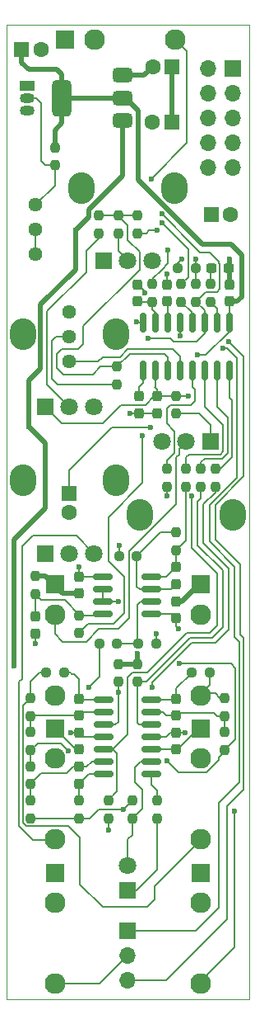
<source format=gbr>
%TF.GenerationSoftware,KiCad,Pcbnew,8.0.0*%
%TF.CreationDate,2024-08-08T14:00:08-07:00*%
%TF.ProjectId,vco,76636f2e-6b69-4636-9164-5f7063625858,rev?*%
%TF.SameCoordinates,Original*%
%TF.FileFunction,Copper,L2,Bot*%
%TF.FilePolarity,Positive*%
%FSLAX46Y46*%
G04 Gerber Fmt 4.6, Leading zero omitted, Abs format (unit mm)*
G04 Created by KiCad (PCBNEW 8.0.0) date 2024-08-08 14:00:08*
%MOMM*%
%LPD*%
G01*
G04 APERTURE LIST*
G04 Aperture macros list*
%AMRoundRect*
0 Rectangle with rounded corners*
0 $1 Rounding radius*
0 $2 $3 $4 $5 $6 $7 $8 $9 X,Y pos of 4 corners*
0 Add a 4 corners polygon primitive as box body*
4,1,4,$2,$3,$4,$5,$6,$7,$8,$9,$2,$3,0*
0 Add four circle primitives for the rounded corners*
1,1,$1+$1,$2,$3*
1,1,$1+$1,$4,$5*
1,1,$1+$1,$6,$7*
1,1,$1+$1,$8,$9*
0 Add four rect primitives between the rounded corners*
20,1,$1+$1,$2,$3,$4,$5,0*
20,1,$1+$1,$4,$5,$6,$7,0*
20,1,$1+$1,$6,$7,$8,$9,0*
20,1,$1+$1,$8,$9,$2,$3,0*%
G04 Aperture macros list end*
%TA.AperFunction,SMDPad,CuDef*%
%ADD10RoundRect,0.237500X-0.237500X0.300000X-0.237500X-0.300000X0.237500X-0.300000X0.237500X0.300000X0*%
%TD*%
%TA.AperFunction,ComponentPad*%
%ADD11R,1.600000X1.600000*%
%TD*%
%TA.AperFunction,ComponentPad*%
%ADD12C,1.600000*%
%TD*%
%TA.AperFunction,SMDPad,CuDef*%
%ADD13RoundRect,0.237500X0.237500X-0.300000X0.237500X0.300000X-0.237500X0.300000X-0.237500X-0.300000X0*%
%TD*%
%TA.AperFunction,SMDPad,CuDef*%
%ADD14RoundRect,0.237500X-0.300000X-0.237500X0.300000X-0.237500X0.300000X0.237500X-0.300000X0.237500X0*%
%TD*%
%TA.AperFunction,SMDPad,CuDef*%
%ADD15RoundRect,0.150000X-0.825000X-0.150000X0.825000X-0.150000X0.825000X0.150000X-0.825000X0.150000X0*%
%TD*%
%TA.AperFunction,ComponentPad*%
%ADD16O,2.720000X3.240000*%
%TD*%
%TA.AperFunction,ComponentPad*%
%ADD17R,1.800000X1.800000*%
%TD*%
%TA.AperFunction,ComponentPad*%
%ADD18C,1.800000*%
%TD*%
%TA.AperFunction,ComponentPad*%
%ADD19C,1.440000*%
%TD*%
%TA.AperFunction,ComponentPad*%
%ADD20R,1.500000X1.050000*%
%TD*%
%TA.AperFunction,ComponentPad*%
%ADD21O,1.500000X1.050000*%
%TD*%
%TA.AperFunction,SMDPad,CuDef*%
%ADD22RoundRect,0.375000X0.625000X0.375000X-0.625000X0.375000X-0.625000X-0.375000X0.625000X-0.375000X0*%
%TD*%
%TA.AperFunction,SMDPad,CuDef*%
%ADD23RoundRect,0.500000X0.500000X1.400000X-0.500000X1.400000X-0.500000X-1.400000X0.500000X-1.400000X0*%
%TD*%
%TA.AperFunction,SMDPad,CuDef*%
%ADD24RoundRect,0.150000X0.825000X0.150000X-0.825000X0.150000X-0.825000X-0.150000X0.825000X-0.150000X0*%
%TD*%
%TA.AperFunction,SMDPad,CuDef*%
%ADD25RoundRect,0.150000X0.150000X-0.825000X0.150000X0.825000X-0.150000X0.825000X-0.150000X-0.825000X0*%
%TD*%
%TA.AperFunction,SMDPad,CuDef*%
%ADD26RoundRect,0.237500X-0.237500X0.250000X-0.237500X-0.250000X0.237500X-0.250000X0.237500X0.250000X0*%
%TD*%
%TA.AperFunction,SMDPad,CuDef*%
%ADD27RoundRect,0.237500X0.237500X-0.250000X0.237500X0.250000X-0.237500X0.250000X-0.237500X-0.250000X0*%
%TD*%
%TA.AperFunction,SMDPad,CuDef*%
%ADD28RoundRect,0.237500X-0.250000X-0.237500X0.250000X-0.237500X0.250000X0.237500X-0.250000X0.237500X0*%
%TD*%
%TA.AperFunction,SMDPad,CuDef*%
%ADD29RoundRect,0.237500X0.250000X0.237500X-0.250000X0.237500X-0.250000X-0.237500X0.250000X-0.237500X0*%
%TD*%
%TA.AperFunction,ComponentPad*%
%ADD30R,1.930000X1.830000*%
%TD*%
%TA.AperFunction,ComponentPad*%
%ADD31C,2.130000*%
%TD*%
%TA.AperFunction,ComponentPad*%
%ADD32R,1.700000X1.700000*%
%TD*%
%TA.AperFunction,ComponentPad*%
%ADD33O,1.700000X1.700000*%
%TD*%
%TA.AperFunction,ComponentPad*%
%ADD34R,1.830000X1.930000*%
%TD*%
%TA.AperFunction,ViaPad*%
%ADD35C,0.600000*%
%TD*%
%TA.AperFunction,Conductor*%
%ADD36C,0.200000*%
%TD*%
%TA.AperFunction,Conductor*%
%ADD37C,0.500000*%
%TD*%
%TA.AperFunction,Profile*%
%ADD38C,0.050000*%
%TD*%
G04 APERTURE END LIST*
D10*
%TO.P,C5,1*%
%TO.N,Net-(U1-TCAP)*%
X63637500Y-88137500D03*
%TO.P,C5,2*%
%TO.N,GND*%
X63637500Y-89862500D03*
%TD*%
D11*
%TO.P,C1,1*%
%TO.N,Net-(C1-Pad1)*%
X56500000Y-98044888D03*
D12*
%TO.P,C1,2*%
%TO.N,Net-(C1-Pad2)*%
X56500000Y-100044888D03*
%TD*%
D13*
%TO.P,C11,1*%
%TO.N,GND*%
X53000000Y-112462500D03*
%TO.P,C11,2*%
%TO.N,Net-(U3B-+)*%
X53000000Y-110737500D03*
%TD*%
D10*
%TO.P,C10,1*%
%TO.N,-12V*%
X67500000Y-122637500D03*
%TO.P,C10,2*%
%TO.N,GND*%
X67500000Y-124362500D03*
%TD*%
D13*
%TO.P,C9,1*%
%TO.N,Net-(U3A--)*%
X67500000Y-107362500D03*
%TO.P,C9,2*%
%TO.N,Net-(C9-Pad2)*%
X67500000Y-105637500D03*
%TD*%
%TO.P,C8,1*%
%TO.N,Net-(U2C--)*%
X67500000Y-120862500D03*
%TO.P,C8,2*%
%TO.N,Net-(C8-Pad2)*%
X67500000Y-119137500D03*
%TD*%
%TO.P,C7,1*%
%TO.N,Net-(U2B--)*%
X57500000Y-120862500D03*
%TO.P,C7,2*%
%TO.N,Net-(C7-Pad2)*%
X57500000Y-119137500D03*
%TD*%
D10*
%TO.P,C6,1*%
%TO.N,Net-(U2A--)*%
X57500000Y-126137500D03*
%TO.P,C6,2*%
%TO.N,Net-(C6-Pad2)*%
X57500000Y-127862500D03*
%TD*%
%TO.P,C4,1*%
%TO.N,Net-(J6-Pin_3)*%
X66500000Y-76637500D03*
%TO.P,C4,2*%
%TO.N,Net-(U1-SOFT_SYNC)*%
X66500000Y-78362500D03*
%TD*%
%TO.P,C3,1*%
%TO.N,Net-(J6-Pin_1)*%
X63500000Y-76637500D03*
%TO.P,C3,2*%
%TO.N,Net-(U1-HARD_SYNC)*%
X63500000Y-78362500D03*
%TD*%
D14*
%TO.P,C2,1*%
%TO.N,Net-(C2-Pad1)*%
X71137500Y-75000000D03*
%TO.P,C2,2*%
%TO.N,GND*%
X72862500Y-75000000D03*
%TD*%
D15*
%TO.P,U2,1*%
%TO.N,Net-(C6-Pad2)*%
X60000000Y-126850000D03*
%TO.P,U2,2,-*%
%TO.N,Net-(U2A--)*%
X60000000Y-125580000D03*
%TO.P,U2,3,+*%
%TO.N,Net-(U2A-+)*%
X60000000Y-124310000D03*
%TO.P,U2,4,V+*%
%TO.N,+12V*%
X60000000Y-123040000D03*
%TO.P,U2,5,+*%
%TO.N,Net-(U2B-+)*%
X60000000Y-121770000D03*
%TO.P,U2,6,-*%
%TO.N,Net-(U2B--)*%
X60000000Y-120500000D03*
%TO.P,U2,7*%
%TO.N,Net-(C7-Pad2)*%
X60000000Y-119230000D03*
%TO.P,U2,8*%
%TO.N,Net-(C8-Pad2)*%
X64950000Y-119230000D03*
%TO.P,U2,9,-*%
%TO.N,Net-(U2C--)*%
X64950000Y-120500000D03*
%TO.P,U2,10,+*%
%TO.N,Net-(U2C-+)*%
X64950000Y-121770000D03*
%TO.P,U2,11,V-*%
%TO.N,-12V*%
X64950000Y-123040000D03*
%TO.P,U2,12,+*%
%TO.N,GND*%
X64950000Y-124310000D03*
%TO.P,U2,13,-*%
%TO.N,Net-(D1-AK)*%
X64950000Y-125580000D03*
%TO.P,U2,14*%
%TO.N,Net-(R25-Pad2)*%
X64950000Y-126850000D03*
%TD*%
D16*
%TO.P,RV7,*%
%TO.N,*%
X51700000Y-96725000D03*
X61300000Y-96725000D03*
D17*
%TO.P,RV7,1,1*%
%TO.N,GND*%
X54000000Y-104225000D03*
D18*
%TO.P,RV7,2,2*%
%TO.N,Net-(C1-Pad2)*%
X56500000Y-104225000D03*
%TO.P,RV7,3,3*%
%TO.N,Net-(J4-PadT)*%
X59000000Y-104225000D03*
%TD*%
D19*
%TO.P,RV6,3,3*%
%TO.N,+2V5*%
X53000000Y-68470000D03*
%TO.P,RV6,2,2*%
%TO.N,Net-(R4-Pad1)*%
X53000000Y-71010000D03*
%TO.P,RV6,1,1*%
X53000000Y-73550000D03*
%TD*%
D16*
%TO.P,RV5,*%
%TO.N,*%
X57700000Y-66725000D03*
X67300000Y-66725000D03*
D17*
%TO.P,RV5,1,1*%
%TO.N,GND*%
X60000000Y-74225000D03*
D18*
%TO.P,RV5,2,2*%
%TO.N,Net-(R2-Pad1)*%
X62500000Y-74225000D03*
%TO.P,RV5,3,3*%
%TO.N,+12V*%
X65000000Y-74225000D03*
%TD*%
D16*
%TO.P,RV4,*%
%TO.N,*%
X51700000Y-81725000D03*
X61300000Y-81725000D03*
D17*
%TO.P,RV4,1,1*%
%TO.N,-12V*%
X54000000Y-89225000D03*
D18*
%TO.P,RV4,2,2*%
%TO.N,Net-(R5-Pad1)*%
X56500000Y-89225000D03*
%TO.P,RV4,3,3*%
%TO.N,+12V*%
X59000000Y-89225000D03*
%TD*%
D19*
%TO.P,RV3,1,1*%
%TO.N,GND*%
X56500000Y-79460000D03*
%TO.P,RV3,2,2*%
%TO.N,Net-(R1-Pad2)*%
X56500000Y-82000000D03*
%TO.P,RV3,3,3*%
%TO.N,Net-(U1-HF_TRACK)*%
X56500000Y-84540000D03*
%TD*%
D16*
%TO.P,RV2,*%
%TO.N,*%
X73300000Y-100275000D03*
X63700000Y-100275000D03*
D17*
%TO.P,RV2,1,1*%
%TO.N,Net-(R31-Pad2)*%
X71000000Y-92775000D03*
D18*
%TO.P,RV2,2,2*%
%TO.N,Net-(J3-PadTN)*%
X68500000Y-92775000D03*
%TO.P,RV2,3,3*%
%TO.N,+5V*%
X66000000Y-92775000D03*
%TD*%
D20*
%TO.P,U5,1*%
%TO.N,N/C*%
X52140000Y-56230000D03*
D21*
%TO.P,U5,2,K*%
%TO.N,+2V5*%
X52140000Y-57500000D03*
%TO.P,U5,3,A*%
%TO.N,GND*%
X52140000Y-58770000D03*
%TD*%
D22*
%TO.P,U4,1,GND*%
%TO.N,GND*%
X62000000Y-55200000D03*
%TO.P,U4,2,VO*%
%TO.N,+5V*%
X62000000Y-57500000D03*
D23*
X55700000Y-57500000D03*
D22*
%TO.P,U4,3,VI*%
%TO.N,+12V*%
X62000000Y-59800000D03*
%TD*%
D24*
%TO.P,U3,1*%
%TO.N,Net-(C9-Pad2)*%
X64910000Y-106660000D03*
%TO.P,U3,2,-*%
%TO.N,Net-(U3A--)*%
X64910000Y-107930000D03*
%TO.P,U3,3,+*%
%TO.N,Net-(U3A-+)*%
X64910000Y-109200000D03*
%TO.P,U3,4,V-*%
%TO.N,-12V*%
X64910000Y-110470000D03*
%TO.P,U3,5,+*%
%TO.N,Net-(U3B-+)*%
X59960000Y-110470000D03*
%TO.P,U3,6,-*%
%TO.N,+1V25*%
X59960000Y-109200000D03*
%TO.P,U3,7*%
X59960000Y-107930000D03*
%TO.P,U3,8,V+*%
%TO.N,+12V*%
X59960000Y-106660000D03*
%TD*%
D25*
%TO.P,U1,1,SAW_OUT*%
%TO.N,Net-(U1-SAW_OUT)*%
X72945000Y-85475000D03*
%TO.P,U1,2,PULSE_OUT*%
%TO.N,Net-(U1-PULSE_OUT)*%
X71675000Y-85475000D03*
%TO.P,U1,3,PWM_CTRL*%
%TO.N,Net-(U1-PWM_CTRL)*%
X70405000Y-85475000D03*
%TO.P,U1,4,TRI_OUT*%
%TO.N,Net-(U1-TRI_OUT)*%
X69135000Y-85475000D03*
%TO.P,U1,5,HF_TRACK*%
%TO.N,Net-(U1-HF_TRACK)*%
X67865000Y-85475000D03*
%TO.P,U1,6,EXPO_FREQ*%
%TO.N,Net-(U1-EXPO_FREQ)*%
X66595000Y-85475000D03*
%TO.P,U1,7,V-*%
%TO.N,-12V*%
X65325000Y-85475000D03*
%TO.P,U1,8,TCAP*%
%TO.N,Net-(U1-TCAP)*%
X64055000Y-85475000D03*
%TO.P,U1,9,GND*%
%TO.N,GND*%
X64055000Y-80525000D03*
%TO.P,U1,10,HARD_SYNC*%
%TO.N,Net-(U1-HARD_SYNC)*%
X65325000Y-80525000D03*
%TO.P,U1,11,SOFT_SYNC*%
%TO.N,Net-(U1-SOFT_SYNC)*%
X66595000Y-80525000D03*
%TO.P,U1,12,LIN_FREQ*%
%TO.N,Net-(U1-LIN_FREQ)*%
X67865000Y-80525000D03*
%TO.P,U1,13,EXPO_SCALE*%
%TO.N,Net-(U1-EXPO_SCALE)*%
X69135000Y-80525000D03*
%TO.P,U1,14,VREF*%
%TO.N,+2V5*%
X70405000Y-80525000D03*
%TO.P,U1,15,BW_COMP*%
%TO.N,Net-(U1-BW_COMP)*%
X71675000Y-80525000D03*
%TO.P,U1,16,V+*%
%TO.N,+5V*%
X72945000Y-80525000D03*
%TD*%
D26*
%TO.P,R35,1*%
%TO.N,+5V*%
X55000000Y-62587500D03*
%TO.P,R35,2*%
%TO.N,+2V5*%
X55000000Y-64412500D03*
%TD*%
D27*
%TO.P,R34,1*%
%TO.N,Net-(U3B-+)*%
X53000000Y-108412500D03*
%TO.P,R34,2*%
%TO.N,GND*%
X53000000Y-106587500D03*
%TD*%
%TO.P,R33,1*%
%TO.N,+2V5*%
X57500000Y-112412500D03*
%TO.P,R33,2*%
%TO.N,Net-(U3B-+)*%
X57500000Y-110587500D03*
%TD*%
D26*
%TO.P,R32,1*%
%TO.N,Net-(U1-PWM_CTRL)*%
X68500000Y-95587500D03*
%TO.P,R32,2*%
%TO.N,Net-(C9-Pad2)*%
X68500000Y-97412500D03*
%TD*%
%TO.P,R31,1*%
%TO.N,-12V*%
X67500000Y-88087500D03*
%TO.P,R31,2*%
%TO.N,Net-(R31-Pad2)*%
X67500000Y-89912500D03*
%TD*%
D27*
%TO.P,R30,1*%
%TO.N,Net-(C9-Pad2)*%
X67500000Y-103912500D03*
%TO.P,R30,2*%
%TO.N,Net-(U3A--)*%
X67500000Y-102087500D03*
%TD*%
D28*
%TO.P,R29,1*%
%TO.N,Net-(U3A-+)*%
X63587500Y-113500000D03*
%TO.P,R29,2*%
%TO.N,+1V25*%
X65412500Y-113500000D03*
%TD*%
D29*
%TO.P,R28,1*%
%TO.N,Net-(U3A--)*%
X63412500Y-104500000D03*
%TO.P,R28,2*%
%TO.N,GND*%
X61587500Y-104500000D03*
%TD*%
%TO.P,R27,1*%
%TO.N,Net-(U3A-+)*%
X61412500Y-113500000D03*
%TO.P,R27,2*%
%TO.N,Net-(J3-PadT)*%
X59587500Y-113500000D03*
%TD*%
D27*
%TO.P,R26,1*%
%TO.N,Net-(D1-AK)*%
X63000000Y-131412500D03*
%TO.P,R26,2*%
%TO.N,Net-(J7-PadT)*%
X63000000Y-129587500D03*
%TD*%
%TO.P,R25,1*%
%TO.N,Net-(D1-KA)*%
X65500000Y-131412500D03*
%TO.P,R25,2*%
%TO.N,Net-(R25-Pad2)*%
X65500000Y-129587500D03*
%TD*%
D26*
%TO.P,R24,1*%
%TO.N,Net-(J9-PadT)*%
X72500000Y-119087500D03*
%TO.P,R24,2*%
%TO.N,Net-(U2C--)*%
X72500000Y-120912500D03*
%TD*%
D29*
%TO.P,R23,1*%
%TO.N,Net-(J9-PadT)*%
X70912500Y-116500000D03*
%TO.P,R23,2*%
%TO.N,Net-(C8-Pad2)*%
X69087500Y-116500000D03*
%TD*%
D26*
%TO.P,R22,1*%
%TO.N,GND*%
X63500000Y-115587500D03*
%TO.P,R22,2*%
%TO.N,Net-(U2C-+)*%
X63500000Y-117412500D03*
%TD*%
%TO.P,R21,1*%
%TO.N,Net-(U2C--)*%
X72500000Y-122587500D03*
%TO.P,R21,2*%
%TO.N,+1V25*%
X72500000Y-124412500D03*
%TD*%
D27*
%TO.P,R20,1*%
%TO.N,Net-(U2C-+)*%
X70000000Y-97412500D03*
%TO.P,R20,2*%
%TO.N,Net-(U1-PULSE_OUT)*%
X70000000Y-95587500D03*
%TD*%
D26*
%TO.P,R19,1*%
%TO.N,Net-(J8-PadT)*%
X52500000Y-119087500D03*
%TO.P,R19,2*%
%TO.N,Net-(U2B--)*%
X52500000Y-120912500D03*
%TD*%
D28*
%TO.P,R18,1*%
%TO.N,Net-(J8-PadT)*%
X54087500Y-116500000D03*
%TO.P,R18,2*%
%TO.N,Net-(C7-Pad2)*%
X55912500Y-116500000D03*
%TD*%
D26*
%TO.P,R17,1*%
%TO.N,GND*%
X61500000Y-115587500D03*
%TO.P,R17,2*%
%TO.N,Net-(U2B-+)*%
X61500000Y-117412500D03*
%TD*%
%TO.P,R16,1*%
%TO.N,Net-(U2B--)*%
X52500000Y-122587500D03*
%TO.P,R16,2*%
%TO.N,+1V25*%
X52500000Y-124412500D03*
%TD*%
D27*
%TO.P,R15,1*%
%TO.N,Net-(U2B-+)*%
X71500000Y-97412500D03*
%TO.P,R15,2*%
%TO.N,Net-(U1-SAW_OUT)*%
X71500000Y-95587500D03*
%TD*%
%TO.P,R14,1*%
%TO.N,Net-(J7-PadT)*%
X57500000Y-131412500D03*
%TO.P,R14,2*%
%TO.N,Net-(C6-Pad2)*%
X57500000Y-129587500D03*
%TD*%
%TO.P,R13,1*%
%TO.N,Net-(U2A--)*%
X52500000Y-127912500D03*
%TO.P,R13,2*%
%TO.N,+1V25*%
X52500000Y-126087500D03*
%TD*%
%TO.P,R12,1*%
%TO.N,GND*%
X60500000Y-131412500D03*
%TO.P,R12,2*%
%TO.N,Net-(U2A-+)*%
X60500000Y-129587500D03*
%TD*%
%TO.P,R11,1*%
%TO.N,Net-(J7-PadT)*%
X52500000Y-131412500D03*
%TO.P,R11,2*%
%TO.N,Net-(U2A--)*%
X52500000Y-129587500D03*
%TD*%
%TO.P,R10,1*%
%TO.N,Net-(U2A-+)*%
X66500000Y-97412500D03*
%TO.P,R10,2*%
%TO.N,Net-(U1-TRI_OUT)*%
X66500000Y-95587500D03*
%TD*%
D26*
%TO.P,R9,1*%
%TO.N,GND*%
X65000000Y-76587500D03*
%TO.P,R9,2*%
%TO.N,Net-(U1-HARD_SYNC)*%
X65000000Y-78412500D03*
%TD*%
%TO.P,R8,1*%
%TO.N,Net-(C2-Pad1)*%
X71000000Y-76587500D03*
%TO.P,R8,2*%
%TO.N,Net-(U1-BW_COMP)*%
X71000000Y-78412500D03*
%TD*%
D27*
%TO.P,R7,1*%
%TO.N,+2V5*%
X69500000Y-78412500D03*
%TO.P,R7,2*%
%TO.N,Net-(U1-LIN_FREQ)*%
X69500000Y-76587500D03*
%TD*%
D28*
%TO.P,R6,1*%
%TO.N,Net-(C1-Pad1)*%
X67675000Y-75000000D03*
%TO.P,R6,2*%
%TO.N,Net-(U1-LIN_FREQ)*%
X69500000Y-75000000D03*
%TD*%
D27*
%TO.P,R5,1*%
%TO.N,Net-(R5-Pad1)*%
X59500000Y-71412500D03*
%TO.P,R5,2*%
%TO.N,Net-(U1-EXPO_FREQ)*%
X59500000Y-69587500D03*
%TD*%
D26*
%TO.P,R4,1*%
%TO.N,Net-(R4-Pad1)*%
X68000000Y-76587500D03*
%TO.P,R4,2*%
%TO.N,Net-(U1-EXPO_SCALE)*%
X68000000Y-78412500D03*
%TD*%
D27*
%TO.P,R3,1*%
%TO.N,Net-(J1-PadT)*%
X63500000Y-71412500D03*
%TO.P,R3,2*%
%TO.N,Net-(U1-EXPO_FREQ)*%
X63500000Y-69587500D03*
%TD*%
%TO.P,R2,1*%
%TO.N,Net-(R2-Pad1)*%
X61500000Y-71412500D03*
%TO.P,R2,2*%
%TO.N,Net-(U1-EXPO_FREQ)*%
X61500000Y-69587500D03*
%TD*%
D26*
%TO.P,R1,1*%
%TO.N,Net-(U1-EXPO_FREQ)*%
X61400000Y-85087500D03*
%TO.P,R1,2*%
%TO.N,Net-(R1-Pad2)*%
X61400000Y-86912500D03*
%TD*%
D30*
%TO.P,J9,S*%
%TO.N,GND*%
X70000000Y-107400000D03*
D31*
%TO.P,J9,T*%
%TO.N,Net-(J9-PadT)*%
X70000000Y-118800000D03*
%TO.P,J9,TN*%
%TO.N,unconnected-(J9-PadTN)*%
X70000000Y-110500000D03*
%TD*%
D30*
%TO.P,J8,S*%
%TO.N,GND*%
X70000000Y-122200000D03*
D31*
%TO.P,J8,T*%
%TO.N,Net-(J8-PadT)*%
X70000000Y-133600000D03*
%TO.P,J8,TN*%
%TO.N,unconnected-(J8-PadTN)*%
X70000000Y-125300000D03*
%TD*%
D30*
%TO.P,J7,S*%
%TO.N,GND*%
X70000000Y-137000000D03*
D31*
%TO.P,J7,T*%
%TO.N,Net-(J7-PadT)*%
X70000000Y-148400000D03*
%TO.P,J7,TN*%
%TO.N,unconnected-(J7-PadTN)*%
X70000000Y-140100000D03*
%TD*%
D32*
%TO.P,J6,1,Pin_1*%
%TO.N,Net-(J6-Pin_1)*%
X62500000Y-142975000D03*
D33*
%TO.P,J6,2,Pin_2*%
%TO.N,Net-(J6-Pin_2)*%
X62500000Y-145515000D03*
%TO.P,J6,3,Pin_3*%
%TO.N,Net-(J6-Pin_3)*%
X62500000Y-148055000D03*
%TD*%
D32*
%TO.P,J5,1,Pin_1*%
%TO.N,Net-(J5-Pin_1)*%
X73275000Y-54460000D03*
D33*
%TO.P,J5,2,Pin_2*%
X70735000Y-54460000D03*
%TO.P,J5,3,Pin_3*%
%TO.N,GND*%
X73275000Y-57000000D03*
%TO.P,J5,4,Pin_4*%
X70735000Y-57000000D03*
%TO.P,J5,5,Pin_5*%
X73275000Y-59540000D03*
%TO.P,J5,6,Pin_6*%
X70735000Y-59540000D03*
%TO.P,J5,7,Pin_7*%
X73275000Y-62080000D03*
%TO.P,J5,8,Pin_8*%
X70735000Y-62080000D03*
%TO.P,J5,9,Pin_9*%
%TO.N,Net-(J5-Pin_10)*%
X73275000Y-64620000D03*
%TO.P,J5,10,Pin_10*%
X70735000Y-64620000D03*
%TD*%
D30*
%TO.P,J4,S*%
%TO.N,GND*%
X55000000Y-122200000D03*
D31*
%TO.P,J4,T*%
%TO.N,Net-(J4-PadT)*%
X55000000Y-133600000D03*
%TO.P,J4,TN*%
%TO.N,unconnected-(J4-PadTN)*%
X55000000Y-125300000D03*
%TD*%
D30*
%TO.P,J3,S*%
%TO.N,GND*%
X55000000Y-107400000D03*
D31*
%TO.P,J3,T*%
%TO.N,Net-(J3-PadT)*%
X55000000Y-118800000D03*
%TO.P,J3,TN*%
%TO.N,Net-(J3-PadTN)*%
X55000000Y-110500000D03*
%TD*%
%TO.P,J2,TN*%
%TO.N,unconnected-(J2-PadTN)*%
X55000000Y-140100000D03*
%TO.P,J2,T*%
%TO.N,Net-(J6-Pin_2)*%
X55000000Y-148400000D03*
D30*
%TO.P,J2,S*%
%TO.N,GND*%
X55000000Y-137000000D03*
%TD*%
D34*
%TO.P,J1,S*%
%TO.N,GND*%
X56000000Y-51500000D03*
D31*
%TO.P,J1,T*%
%TO.N,Net-(J1-PadT)*%
X67400000Y-51500000D03*
%TO.P,J1,TN*%
%TO.N,unconnected-(J1-PadTN)*%
X59100000Y-51500000D03*
%TD*%
D17*
%TO.P,D1,1,KA*%
%TO.N,Net-(D1-KA)*%
X62500000Y-138775000D03*
D18*
%TO.P,D1,2,AK*%
%TO.N,Net-(D1-AK)*%
X62500000Y-136235000D03*
%TD*%
D10*
%TO.P,C20,1*%
%TO.N,GND*%
X73000000Y-76637500D03*
%TO.P,C20,2*%
%TO.N,+5V*%
X73000000Y-78362500D03*
%TD*%
D13*
%TO.P,C19,1*%
%TO.N,GND*%
X65500000Y-89862500D03*
%TO.P,C19,2*%
%TO.N,-12V*%
X65500000Y-88137500D03*
%TD*%
D11*
%TO.P,C18,1*%
%TO.N,+5V*%
X51589775Y-52500000D03*
D12*
%TO.P,C18,2*%
%TO.N,GND*%
X53589775Y-52500000D03*
%TD*%
D11*
%TO.P,C17,1*%
%TO.N,+12V*%
X67010225Y-59999999D03*
D12*
%TO.P,C17,2*%
%TO.N,GND*%
X65010225Y-59999999D03*
%TD*%
D13*
%TO.P,C16,1*%
%TO.N,GND*%
X57500000Y-108362500D03*
%TO.P,C16,2*%
%TO.N,+12V*%
X57500000Y-106637500D03*
%TD*%
%TO.P,C15,1*%
%TO.N,GND*%
X57500000Y-124362500D03*
%TO.P,C15,2*%
%TO.N,+12V*%
X57500000Y-122637500D03*
%TD*%
%TO.P,C14,1*%
%TO.N,-12V*%
X67500000Y-110862500D03*
%TO.P,C14,2*%
%TO.N,GND*%
X67500000Y-109137500D03*
%TD*%
D11*
%TO.P,C13,1*%
%TO.N,GND*%
X71089775Y-69499999D03*
D12*
%TO.P,C13,2*%
%TO.N,-12V*%
X73089775Y-69499999D03*
%TD*%
%TO.P,C12,2*%
%TO.N,GND*%
X65055113Y-54344887D03*
D11*
%TO.P,C12,1*%
%TO.N,+12V*%
X67055113Y-54344887D03*
%TD*%
D35*
%TO.N,Net-(J7-PadT)*%
X62087500Y-130500000D03*
X73500000Y-130700000D03*
%TO.N,GND*%
X66600000Y-73100000D03*
%TO.N,+12V*%
X50800000Y-115800000D03*
X62000000Y-61500000D03*
%TO.N,GND*%
X61600000Y-103400000D03*
%TO.N,+12V*%
X50800000Y-105700000D03*
X52300000Y-91200000D03*
%TO.N,Net-(J1-PadT)*%
X64900000Y-65800000D03*
X65500000Y-71100000D03*
%TO.N,+12V*%
X57100000Y-71100000D03*
%TO.N,+2V5*%
X64000000Y-92200000D03*
%TO.N,Net-(C1-Pad1)*%
X64800000Y-91300000D03*
%TO.N,Net-(J6-Pin_1)*%
X72300000Y-83200000D03*
%TO.N,Net-(J6-Pin_3)*%
X72900000Y-82500000D03*
%TO.N,Net-(U1-LIN_FREQ)*%
X69500000Y-74000000D03*
X67877165Y-81900000D03*
%TO.N,+5V*%
X69700000Y-83900000D03*
%TO.N,+2V5*%
X64600000Y-82200000D03*
%TO.N,Net-(J6-Pin_1)*%
X64207295Y-77490200D03*
%TO.N,Net-(J6-Pin_3)*%
X66500000Y-75600000D03*
%TO.N,Net-(U2A-+)*%
X66500000Y-98300000D03*
X69103284Y-98305037D03*
%TO.N,GND*%
X63500000Y-114500000D03*
%TO.N,Net-(J3-PadT)*%
X58500000Y-118000000D03*
%TO.N,+1V25*%
X67824265Y-115524265D03*
%TO.N,Net-(U2B-+)*%
X61500000Y-118500000D03*
X65000000Y-118000000D03*
%TO.N,+2V5*%
X66000000Y-69400000D03*
%TO.N,GND*%
X63400000Y-80500000D03*
X60500000Y-132600000D03*
X53000000Y-113500000D03*
%TO.N,-12V*%
X67748525Y-111948525D03*
%TO.N,+1V25*%
X66500000Y-125500000D03*
%TO.N,-12V*%
X68400000Y-122600000D03*
%TO.N,+1V25*%
X56400735Y-124499265D03*
%TO.N,+12V*%
X56600000Y-122600000D03*
%TO.N,GND*%
X73000000Y-74000000D03*
%TO.N,Net-(R4-Pad1)*%
X66000000Y-70300000D03*
%TO.N,Net-(C1-Pad1)*%
X68100000Y-74000000D03*
%TO.N,-12V*%
X68700000Y-88100000D03*
%TO.N,GND*%
X62700000Y-89900000D03*
%TO.N,+12V*%
X57500000Y-105600000D03*
%TO.N,+1V25*%
X61500000Y-109200000D03*
X65400000Y-112500000D03*
%TD*%
D36*
%TO.N,+1V25*%
X55601470Y-123700000D02*
X53212500Y-123700000D01*
X56400735Y-124499265D02*
X55601470Y-123700000D01*
X53212500Y-123700000D02*
X52500000Y-124412500D01*
%TO.N,-12V*%
X66460000Y-123040000D02*
X64950000Y-123040000D01*
X66862500Y-122637500D02*
X66460000Y-123040000D01*
X67500000Y-122637500D02*
X66862500Y-122637500D01*
%TO.N,+1V25*%
X72500000Y-124500402D02*
X72500000Y-124412500D01*
X71850201Y-125150201D02*
X72500000Y-124500402D01*
X71850201Y-125449799D02*
X71850201Y-125150201D01*
X70600000Y-126700000D02*
X71850201Y-125449799D01*
X66500000Y-125500000D02*
X67700000Y-126700000D01*
X67700000Y-126700000D02*
X70600000Y-126700000D01*
%TO.N,Net-(U1-LIN_FREQ)*%
X69500000Y-75000000D02*
X69500000Y-74000000D01*
%TO.N,Net-(D1-AK)*%
X63000000Y-133100000D02*
X63000000Y-131412500D01*
X62500000Y-133600000D02*
X63000000Y-133100000D01*
X62500000Y-136235000D02*
X62500000Y-133600000D01*
X64000000Y-128500000D02*
X64000000Y-130412500D01*
X64000000Y-130412500D02*
X63000000Y-131412500D01*
X63200000Y-127700000D02*
X64000000Y-128500000D01*
X63200000Y-126200000D02*
X63200000Y-127700000D01*
X64950000Y-125580000D02*
X63820000Y-125580000D01*
X63820000Y-125580000D02*
X63200000Y-126200000D01*
%TO.N,Net-(U2C-+)*%
X63670000Y-121770000D02*
X63500000Y-121600000D01*
X63500000Y-121600000D02*
X63500000Y-117412500D01*
X64950000Y-121770000D02*
X63670000Y-121770000D01*
%TO.N,+2V5*%
X58412500Y-111500000D02*
X57500000Y-112412500D01*
X62100000Y-110400000D02*
X61000000Y-111500000D01*
X60500000Y-100500000D02*
X60500000Y-105000000D01*
X61000000Y-111500000D02*
X58412500Y-111500000D01*
X64000000Y-97000000D02*
X60500000Y-100500000D01*
X60500000Y-105000000D02*
X62100000Y-106600000D01*
X64000000Y-92200000D02*
X64000000Y-97000000D01*
X62100000Y-106600000D02*
X62100000Y-110400000D01*
%TO.N,Net-(U3B-+)*%
X53587500Y-109000000D02*
X53000000Y-108412500D01*
X56000000Y-109000000D02*
X53587500Y-109000000D01*
X57500000Y-110500000D02*
X56000000Y-109000000D01*
X57500000Y-110587500D02*
X57500000Y-110500000D01*
%TO.N,Net-(J6-Pin_1)*%
X69525000Y-142975000D02*
X62500000Y-142975000D01*
X71900000Y-140600000D02*
X69525000Y-142975000D01*
X74000000Y-127750000D02*
X71900000Y-129850000D01*
X74000000Y-113300000D02*
X74000000Y-127750000D01*
X73500000Y-112800000D02*
X74000000Y-113300000D01*
X70900000Y-103000000D02*
X73500000Y-105600000D01*
X71900000Y-129850000D02*
X71900000Y-140600000D01*
X70900000Y-99265686D02*
X70900000Y-103000000D01*
X73700000Y-84200000D02*
X73700000Y-96465686D01*
X72700000Y-83200000D02*
X73700000Y-84200000D01*
X73500000Y-105600000D02*
X73500000Y-112800000D01*
X72300000Y-83200000D02*
X72700000Y-83200000D01*
X73700000Y-96465686D02*
X70900000Y-99265686D01*
%TO.N,Net-(J6-Pin_2)*%
X59615000Y-148400000D02*
X62500000Y-145515000D01*
X55100000Y-148400000D02*
X59615000Y-148400000D01*
X55000000Y-148300000D02*
X55100000Y-148400000D01*
%TO.N,Net-(J8-PadT)*%
X51725000Y-119862500D02*
X52500000Y-119087500D01*
X51725000Y-131891722D02*
X51725000Y-119862500D01*
X52033278Y-132200000D02*
X51725000Y-131891722D01*
X56400000Y-132200000D02*
X52033278Y-132200000D01*
X57600000Y-138200000D02*
X57600000Y-133400000D01*
X59900000Y-140500000D02*
X57600000Y-138200000D01*
X64500000Y-140500000D02*
X59900000Y-140500000D01*
X57600000Y-133400000D02*
X56400000Y-132200000D01*
X65300000Y-139700000D02*
X64500000Y-140500000D01*
X65300000Y-138375000D02*
X65300000Y-139700000D01*
X70000000Y-133675000D02*
X65300000Y-138375000D01*
X70000000Y-133370000D02*
X70000000Y-133675000D01*
%TO.N,Net-(J3-PadTN)*%
X67800000Y-94100000D02*
X67800000Y-93475000D01*
X67500000Y-94400000D02*
X67800000Y-94100000D01*
X67500000Y-99158278D02*
X67500000Y-94400000D01*
X59500000Y-112000000D02*
X61500000Y-112000000D01*
X58200000Y-113300000D02*
X59500000Y-112000000D01*
X61500000Y-112000000D02*
X62625000Y-110875000D01*
X67800000Y-93475000D02*
X68500000Y-92775000D01*
X55800000Y-113300000D02*
X58200000Y-113300000D01*
X62625000Y-104033278D02*
X67500000Y-99158278D01*
X55000000Y-112500000D02*
X55800000Y-113300000D01*
X62625000Y-110875000D02*
X62625000Y-104033278D01*
X55000000Y-110700000D02*
X55000000Y-112500000D01*
%TO.N,Net-(U3A--)*%
X63730000Y-107930000D02*
X64910000Y-107930000D01*
X63412500Y-107612500D02*
X63730000Y-107930000D01*
X63412500Y-104500000D02*
X63412500Y-107612500D01*
%TO.N,Net-(U2B--)*%
X52550000Y-120862500D02*
X57500000Y-120862500D01*
X52500000Y-120912500D02*
X52550000Y-120862500D01*
%TO.N,Net-(J4-PadT)*%
X57200000Y-102425000D02*
X59000000Y-104225000D01*
X51600000Y-103500000D02*
X52700000Y-102400000D01*
X52700000Y-102400000D02*
X57200000Y-102400000D01*
X51600000Y-117100000D02*
X51600000Y-103500000D01*
X51300000Y-132200000D02*
X51300000Y-117400000D01*
X57200000Y-102400000D02*
X57200000Y-102425000D01*
X51300000Y-117400000D02*
X51600000Y-117100000D01*
X52750000Y-133650000D02*
X51300000Y-132200000D01*
X55000000Y-133650000D02*
X52750000Y-133650000D01*
%TO.N,Net-(J6-Pin_3)*%
X72750000Y-141750000D02*
X72750000Y-130150000D01*
X72750000Y-130150000D02*
X74400000Y-128500000D01*
X66445000Y-148055000D02*
X72750000Y-141750000D01*
X62500000Y-148055000D02*
X66445000Y-148055000D01*
X74400000Y-128500000D02*
X74400000Y-112900000D01*
X74400000Y-112900000D02*
X74100000Y-112600000D01*
%TO.N,Net-(U2A-+)*%
X71700000Y-106265686D02*
X70217157Y-104782843D01*
X71700000Y-111600000D02*
X71700000Y-106265686D01*
X70900000Y-112400000D02*
X71700000Y-111600000D01*
X64500000Y-116500000D02*
X68600000Y-112400000D01*
X62500000Y-117000000D02*
X63000000Y-116500000D01*
X62500000Y-122784999D02*
X62500000Y-117000000D01*
X63000000Y-116500000D02*
X64500000Y-116500000D01*
X60974999Y-124310000D02*
X62500000Y-122784999D01*
X68600000Y-112400000D02*
X70900000Y-112400000D01*
%TO.N,Net-(U2B-+)*%
X70300000Y-103200000D02*
X70300000Y-99200000D01*
X72900000Y-105800000D02*
X70300000Y-103200000D01*
X72900000Y-112065686D02*
X72900000Y-105800000D01*
X71565686Y-113400000D02*
X72900000Y-112065686D01*
X65000000Y-117500000D02*
X69100000Y-113400000D01*
X71500000Y-98000000D02*
X71500000Y-97412500D01*
X70300000Y-99200000D02*
X71500000Y-98000000D01*
X65000000Y-118000000D02*
X65000000Y-117500000D01*
X69100000Y-113400000D02*
X71565686Y-113400000D01*
%TO.N,Net-(U2C-+)*%
X70000000Y-98600000D02*
X70000000Y-97412500D01*
X69700000Y-103400000D02*
X69700000Y-98900000D01*
X71200000Y-112900000D02*
X72300000Y-111800000D01*
X72300000Y-111800000D02*
X72300000Y-106000000D01*
X68900000Y-112900000D02*
X71200000Y-112900000D01*
X64387500Y-117412500D02*
X68900000Y-112900000D01*
X63500000Y-117412500D02*
X64387500Y-117412500D01*
X69700000Y-98900000D02*
X70000000Y-98600000D01*
X72300000Y-106000000D02*
X69700000Y-103400000D01*
%TO.N,Net-(J6-Pin_3)*%
X74400000Y-84000000D02*
X72900000Y-82500000D01*
X74400000Y-96331372D02*
X74400000Y-84000000D01*
X71500000Y-102800000D02*
X71500000Y-99231372D01*
X74100000Y-105400000D02*
X71500000Y-102800000D01*
X74100000Y-112600000D02*
X74100000Y-105400000D01*
X71500000Y-99231372D02*
X74400000Y-96331372D01*
%TO.N,Net-(U2A-+)*%
X69103284Y-99696716D02*
X69100000Y-99700000D01*
X69100000Y-103665686D02*
X70217157Y-104782843D01*
X69103284Y-98305037D02*
X69103284Y-99696716D01*
X69100000Y-99700000D02*
X69100000Y-103665686D01*
%TO.N,Net-(J1-PadT)*%
X64700000Y-71100000D02*
X65500000Y-71100000D01*
X64387500Y-71412500D02*
X64700000Y-71100000D01*
X63500000Y-71412500D02*
X64387500Y-71412500D01*
%TO.N,Net-(U1-EXPO_FREQ)*%
X61500000Y-69600000D02*
X61500000Y-69587500D01*
X62500000Y-70600000D02*
X61500000Y-69600000D01*
X62500000Y-72100000D02*
X62500000Y-70600000D01*
X63700000Y-73300000D02*
X62500000Y-72100000D01*
X63700000Y-75133278D02*
X63700000Y-73300000D01*
X57900000Y-80933278D02*
X63700000Y-75133278D01*
X57900000Y-82800000D02*
X57900000Y-80933278D01*
X55200000Y-83800000D02*
X55700000Y-83300000D01*
X57400000Y-83300000D02*
X57900000Y-82800000D01*
X55200000Y-85200000D02*
X55200000Y-83800000D01*
X58900000Y-85900000D02*
X55900000Y-85900000D01*
X55900000Y-85900000D02*
X55200000Y-85200000D01*
X59712500Y-85087500D02*
X58900000Y-85900000D01*
X61400000Y-85087500D02*
X59712500Y-85087500D01*
X55700000Y-83300000D02*
X57400000Y-83300000D01*
D37*
%TO.N,+5V*%
X73737500Y-78362500D02*
X73000000Y-78362500D01*
X74200000Y-77900000D02*
X73737500Y-78362500D01*
X74200000Y-73600000D02*
X74200000Y-77900000D01*
X73100000Y-72500000D02*
X74200000Y-73600000D01*
X70160661Y-72500000D02*
X73100000Y-72500000D01*
X62300000Y-57500000D02*
X63600000Y-58800000D01*
X63600000Y-58800000D02*
X63600000Y-65939339D01*
X62000000Y-57500000D02*
X62300000Y-57500000D01*
X63600000Y-65939339D02*
X70160661Y-72500000D01*
D36*
%TO.N,Net-(R5-Pad1)*%
X59500000Y-71900000D02*
X59500000Y-71412500D01*
X58200000Y-75400000D02*
X58200000Y-73200000D01*
X54200000Y-79400000D02*
X58200000Y-75400000D01*
X54200000Y-86925000D02*
X54200000Y-79400000D01*
X56500000Y-89225000D02*
X54200000Y-86925000D01*
X58200000Y-73200000D02*
X59500000Y-71900000D01*
%TO.N,Net-(R1-Pad2)*%
X55100000Y-82000000D02*
X56500000Y-82000000D01*
X54700000Y-86300000D02*
X54700000Y-82400000D01*
X55312500Y-86912500D02*
X54700000Y-86300000D01*
X54700000Y-82400000D02*
X55100000Y-82000000D01*
X61400000Y-86912500D02*
X55312500Y-86912500D01*
D37*
%TO.N,+12V*%
X52300000Y-86500000D02*
X52300000Y-91200000D01*
X53510000Y-85290000D02*
X52300000Y-86500000D01*
X57100000Y-71104630D02*
X57100000Y-75100000D01*
X53510000Y-78690000D02*
X53510000Y-85290000D01*
X57100000Y-75100000D02*
X53510000Y-78690000D01*
X58500000Y-69000000D02*
X58500000Y-69704630D01*
X58500000Y-69704630D02*
X57100000Y-71104630D01*
X62000000Y-65500000D02*
X58500000Y-69000000D01*
X62000000Y-61500000D02*
X62000000Y-65500000D01*
D36*
%TO.N,Net-(J7-PadT)*%
X73500000Y-130700000D02*
X73500000Y-144620000D01*
X73500000Y-144620000D02*
X70000000Y-148120000D01*
%TO.N,GND*%
X66600000Y-74500000D02*
X66600000Y-73100000D01*
X65000000Y-76100000D02*
X66000000Y-75100000D01*
X66000000Y-75100000D02*
X66600000Y-74500000D01*
X65000000Y-76587500D02*
X65000000Y-76100000D01*
D37*
%TO.N,+12V*%
X50800000Y-105700000D02*
X50800000Y-115800000D01*
X50800000Y-105650000D02*
X50750000Y-105700000D01*
X50800000Y-102800000D02*
X50800000Y-105650000D01*
X54000000Y-92900000D02*
X54000000Y-99600000D01*
X52300000Y-91200000D02*
X54000000Y-92900000D01*
X54000000Y-99600000D02*
X50800000Y-102800000D01*
D36*
%TO.N,GND*%
X63637500Y-89862500D02*
X62737500Y-89862500D01*
X62737500Y-89862500D02*
X62700000Y-89900000D01*
X65500000Y-89862500D02*
X62737500Y-89862500D01*
%TO.N,+2V5*%
X69600000Y-82500000D02*
X70405000Y-81695000D01*
X64600000Y-82200000D02*
X66900000Y-82200000D01*
X67200000Y-82500000D02*
X69600000Y-82500000D01*
X70405000Y-81695000D02*
X70405000Y-80525000D01*
X66900000Y-82200000D02*
X67200000Y-82500000D01*
D37*
%TO.N,+12V*%
X62000000Y-59800000D02*
X62000000Y-61500000D01*
D36*
%TO.N,Net-(U1-TRI_OUT)*%
X66500000Y-94700000D02*
X67300000Y-93900000D01*
X66500000Y-95587500D02*
X66500000Y-94700000D01*
X67300000Y-91700000D02*
X67300000Y-93900000D01*
%TO.N,Net-(C1-Pad1)*%
X60900000Y-91300000D02*
X64800000Y-91300000D01*
X56500000Y-95700000D02*
X60900000Y-91300000D01*
X56500000Y-98044888D02*
X56500000Y-95700000D01*
%TO.N,-12V*%
X67500000Y-110862500D02*
X67500000Y-111700000D01*
X67500000Y-111700000D02*
X67748525Y-111948525D01*
%TO.N,+1V25*%
X73600000Y-116000000D02*
X73600000Y-123312500D01*
X67848530Y-115500000D02*
X73100000Y-115500000D01*
X73100000Y-115500000D02*
X73600000Y-116000000D01*
X67824265Y-115524265D02*
X67848530Y-115500000D01*
X73600000Y-123312500D02*
X72500000Y-124412500D01*
%TO.N,GND*%
X61587500Y-103412500D02*
X61600000Y-103400000D01*
X61587500Y-104500000D02*
X61587500Y-103412500D01*
%TO.N,-12V*%
X59900000Y-90900000D02*
X61800000Y-89000000D01*
X55675000Y-90900000D02*
X59900000Y-90900000D01*
X64300000Y-89000000D02*
X62500000Y-89000000D01*
X61800000Y-89000000D02*
X62500000Y-89000000D01*
X54000000Y-89225000D02*
X55675000Y-90900000D01*
%TO.N,Net-(J6-Pin_1)*%
X64207295Y-77344795D02*
X63500000Y-76637500D01*
X64207295Y-77490200D02*
X64207295Y-77344795D01*
%TO.N,Net-(U1-LIN_FREQ)*%
X67877165Y-81900000D02*
X67865000Y-81887835D01*
X67865000Y-81887835D02*
X67865000Y-80525000D01*
%TO.N,+5V*%
X72945000Y-81499999D02*
X72945000Y-80525000D01*
X70544999Y-83900000D02*
X72945000Y-81499999D01*
X69700000Y-83900000D02*
X70544999Y-83900000D01*
%TO.N,Net-(J6-Pin_3)*%
X66500000Y-76637500D02*
X66500000Y-75600000D01*
%TO.N,Net-(U2A-+)*%
X66500000Y-98300000D02*
X66500000Y-97412500D01*
%TO.N,Net-(R4-Pad1)*%
X68700000Y-74000000D02*
X68700000Y-73000000D01*
X68700000Y-73000000D02*
X68400000Y-72700000D01*
X66000000Y-70300000D02*
X68400000Y-72700000D01*
X68700000Y-74000000D02*
X68700000Y-75887500D01*
X68700000Y-73300000D02*
X68700000Y-74000000D01*
%TO.N,+2V5*%
X70512500Y-77400000D02*
X69500000Y-78412500D01*
X71700000Y-77400000D02*
X70512500Y-77400000D01*
X71975000Y-77125000D02*
X71700000Y-77400000D01*
X71975000Y-74533278D02*
X71975000Y-77125000D01*
X71900000Y-74458278D02*
X71975000Y-74533278D01*
X71900000Y-74300000D02*
X71900000Y-74458278D01*
X70950000Y-73350000D02*
X71900000Y-74300000D01*
X69950000Y-73350000D02*
X70950000Y-73350000D01*
X69500000Y-72900000D02*
X69950000Y-73350000D01*
%TO.N,Net-(R4-Pad1)*%
X68700000Y-75887500D02*
X68000000Y-76587500D01*
%TO.N,Net-(C1-Pad1)*%
X67675000Y-74425000D02*
X68100000Y-74000000D01*
X67675000Y-75000000D02*
X67675000Y-74425000D01*
%TO.N,Net-(U1-LIN_FREQ)*%
X69500000Y-76587500D02*
X69500000Y-75000000D01*
%TO.N,Net-(C2-Pad1)*%
X71000000Y-75137500D02*
X71137500Y-75000000D01*
X71000000Y-76587500D02*
X71000000Y-75137500D01*
%TO.N,Net-(U1-EXPO_SCALE)*%
X69135000Y-79547500D02*
X68000000Y-78412500D01*
X69135000Y-80525000D02*
X69135000Y-79547500D01*
%TO.N,Net-(U1-BW_COMP)*%
X71675000Y-80525000D02*
X71675000Y-79087500D01*
X71675000Y-79087500D02*
X71000000Y-78412500D01*
%TO.N,+2V5*%
X70405000Y-79317500D02*
X69500000Y-78412500D01*
X70405000Y-80525000D02*
X70405000Y-79317500D01*
D37*
%TO.N,GND*%
X73000000Y-74862500D02*
X72862500Y-75000000D01*
X73000000Y-74000000D02*
X73000000Y-74862500D01*
X73000000Y-75137500D02*
X72862500Y-75000000D01*
X73000000Y-76637500D02*
X73000000Y-75137500D01*
D36*
%TO.N,+5V*%
X72945000Y-78417500D02*
X73000000Y-78362500D01*
X72945000Y-80525000D02*
X72945000Y-78417500D01*
%TO.N,Net-(U1-SAW_OUT)*%
X72012500Y-95587500D02*
X71500000Y-95587500D01*
X73200000Y-88500000D02*
X73200000Y-94400000D01*
X72945000Y-88245000D02*
X73200000Y-88500000D01*
X72945000Y-85475000D02*
X72945000Y-88245000D01*
X73200000Y-94400000D02*
X72012500Y-95587500D01*
%TO.N,Net-(U1-PULSE_OUT)*%
X70400000Y-94500000D02*
X70000000Y-94900000D01*
X72800000Y-90300000D02*
X72800000Y-93900000D01*
X71675000Y-89175000D02*
X72800000Y-90300000D01*
X72800000Y-93900000D02*
X72200000Y-94500000D01*
X71675000Y-85475000D02*
X71675000Y-89175000D01*
X72200000Y-94500000D02*
X70400000Y-94500000D01*
X70000000Y-94900000D02*
X70000000Y-95587500D01*
%TO.N,Net-(U1-PWM_CTRL)*%
X68800000Y-94100000D02*
X68500000Y-94400000D01*
X72000000Y-94100000D02*
X68800000Y-94100000D01*
X72300000Y-93800000D02*
X72000000Y-94100000D01*
X72300000Y-91100000D02*
X72300000Y-93800000D01*
X68500000Y-94400000D02*
X68500000Y-95587500D01*
X70405000Y-85475000D02*
X70405000Y-89205000D01*
X70405000Y-89205000D02*
X72300000Y-91100000D01*
%TO.N,Net-(U2A-+)*%
X70217157Y-104782843D02*
X70000000Y-104565686D01*
%TO.N,Net-(C9-Pad2)*%
X67500000Y-103912500D02*
X68500000Y-102912500D01*
X68500000Y-102912500D02*
X68500000Y-97412500D01*
%TO.N,+2V5*%
X66000000Y-69400000D02*
X69500000Y-72900000D01*
D37*
%TO.N,GND*%
X63500000Y-115587500D02*
X63500000Y-114500000D01*
D36*
%TO.N,Net-(U2B-+)*%
X61500000Y-121500000D02*
X61500000Y-118500000D01*
X61500000Y-118500000D02*
X61500000Y-117412500D01*
%TO.N,Net-(J3-PadT)*%
X59587500Y-116912500D02*
X58500000Y-118000000D01*
X59587500Y-113500000D02*
X59587500Y-116912500D01*
%TO.N,Net-(U3A-+)*%
X63500000Y-109500000D02*
X63500000Y-113412500D01*
X63800000Y-109200000D02*
X63500000Y-109500000D01*
X64910000Y-109200000D02*
X63800000Y-109200000D01*
X63500000Y-113412500D02*
X63587500Y-113500000D01*
%TO.N,Net-(R4-Pad1)*%
X53000000Y-71010000D02*
X53000000Y-73550000D01*
%TO.N,+2V5*%
X55000000Y-66470000D02*
X55000000Y-64412500D01*
X53000000Y-68470000D02*
X55000000Y-66470000D01*
X54012500Y-64412500D02*
X53600000Y-64000000D01*
X55000000Y-64412500D02*
X54012500Y-64412500D01*
X53600000Y-58000000D02*
X53100000Y-57500000D01*
X53600000Y-64000000D02*
X53600000Y-58000000D01*
X53100000Y-57500000D02*
X52140000Y-57500000D01*
D37*
%TO.N,+5V*%
X55700000Y-55100000D02*
X55700000Y-57500000D01*
X52300000Y-54600000D02*
X55200000Y-54600000D01*
X51589775Y-53889775D02*
X52300000Y-54600000D01*
X55200000Y-54600000D02*
X55700000Y-55100000D01*
X51589775Y-52500000D02*
X51589775Y-53889775D01*
X55700000Y-60100000D02*
X55700000Y-57500000D01*
X55000000Y-60800000D02*
X55700000Y-60100000D01*
X55000000Y-62587500D02*
X55000000Y-60800000D01*
X62000000Y-57500000D02*
X55700000Y-57500000D01*
%TO.N,+12V*%
X67010225Y-54389775D02*
X67055113Y-54344887D01*
X67010225Y-59999999D02*
X67010225Y-54389775D01*
X66800001Y-59999999D02*
X67010225Y-59999999D01*
%TO.N,GND*%
X65055113Y-54344887D02*
X64200000Y-55200000D01*
X64200000Y-55200000D02*
X62000000Y-55200000D01*
D36*
X63425000Y-80525000D02*
X63400000Y-80500000D01*
X64055000Y-80525000D02*
X63425000Y-80525000D01*
%TO.N,Net-(U1-EXPO_FREQ)*%
X63500000Y-69587500D02*
X59500000Y-69587500D01*
%TO.N,-12V*%
X65162500Y-88137500D02*
X64300000Y-89000000D01*
X65500000Y-88137500D02*
X65162500Y-88137500D01*
%TO.N,Net-(D1-KA)*%
X65500000Y-136700000D02*
X65500000Y-131412500D01*
X63425000Y-138775000D02*
X65500000Y-136700000D01*
X62500000Y-138775000D02*
X63425000Y-138775000D01*
%TO.N,GND*%
X60500000Y-131412500D02*
X60500000Y-132600000D01*
X53000000Y-112462500D02*
X53000000Y-113500000D01*
%TO.N,Net-(U3B-+)*%
X53000000Y-110737500D02*
X53000000Y-108412500D01*
%TO.N,Net-(U3A--)*%
X65825000Y-102087500D02*
X63412500Y-104500000D01*
X67500000Y-102087500D02*
X65825000Y-102087500D01*
%TO.N,Net-(C9-Pad2)*%
X67500000Y-105637500D02*
X67500000Y-103912500D01*
%TO.N,-12V*%
X67107500Y-110470000D02*
X67500000Y-110862500D01*
X64910000Y-110470000D02*
X67107500Y-110470000D01*
%TO.N,Net-(J9-PadT)*%
X70912500Y-117707500D02*
X70000000Y-118620000D01*
X70912500Y-116500000D02*
X70912500Y-117707500D01*
X70020000Y-118600000D02*
X70000000Y-118620000D01*
X71500000Y-118600000D02*
X70020000Y-118600000D01*
X71987500Y-119087500D02*
X71500000Y-118600000D01*
X72500000Y-119087500D02*
X71987500Y-119087500D01*
%TO.N,Net-(U2C--)*%
X72500000Y-122587500D02*
X72500000Y-120912500D01*
X71400000Y-120600000D02*
X67762500Y-120600000D01*
X71712500Y-120912500D02*
X71400000Y-120600000D01*
X67762500Y-120600000D02*
X67500000Y-120862500D01*
X72500000Y-120912500D02*
X71712500Y-120912500D01*
%TO.N,-12V*%
X68362500Y-122637500D02*
X68400000Y-122600000D01*
X67500000Y-122637500D02*
X68362500Y-122637500D01*
%TO.N,GND*%
X67607500Y-124362500D02*
X70000000Y-121970000D01*
X67500000Y-124362500D02*
X67607500Y-124362500D01*
X67447500Y-124310000D02*
X67500000Y-124362500D01*
X64950000Y-124310000D02*
X67447500Y-124310000D01*
%TO.N,Net-(R25-Pad2)*%
X64950000Y-127950000D02*
X64950000Y-126850000D01*
X64900000Y-128000000D02*
X64950000Y-127950000D01*
X65500000Y-128600000D02*
X64900000Y-128000000D01*
X65500000Y-129587500D02*
X65500000Y-128600000D01*
%TO.N,Net-(J7-PadT)*%
X58587500Y-131412500D02*
X59500000Y-130500000D01*
X57500000Y-131412500D02*
X58587500Y-131412500D01*
X59500000Y-130500000D02*
X62087500Y-130500000D01*
X62087500Y-130500000D02*
X63000000Y-129587500D01*
%TO.N,Net-(C6-Pad2)*%
X57500000Y-127862500D02*
X57500000Y-129587500D01*
X58512500Y-126850000D02*
X57500000Y-127862500D01*
X60000000Y-126850000D02*
X58512500Y-126850000D01*
%TO.N,Net-(U2A-+)*%
X60974999Y-124310000D02*
X60000000Y-124310000D01*
X61400000Y-124735001D02*
X60974999Y-124310000D01*
X61400000Y-128687500D02*
X61400000Y-124735001D01*
X60500000Y-129587500D02*
X61400000Y-128687500D01*
%TO.N,Net-(J7-PadT)*%
X52500000Y-131412500D02*
X57500000Y-131412500D01*
%TO.N,+1V25*%
X52500000Y-126087500D02*
X52500000Y-124412500D01*
%TO.N,Net-(U2A--)*%
X52500000Y-129587500D02*
X52500000Y-127912500D01*
X56200000Y-126800000D02*
X53612500Y-126800000D01*
X56862500Y-126137500D02*
X56200000Y-126800000D01*
X57500000Y-126137500D02*
X56862500Y-126137500D01*
X53612500Y-126800000D02*
X52500000Y-127912500D01*
X58262500Y-126137500D02*
X57500000Y-126137500D01*
X58820000Y-125580000D02*
X58262500Y-126137500D01*
X60000000Y-125580000D02*
X58820000Y-125580000D01*
%TO.N,GND*%
X57500000Y-124362500D02*
X57112500Y-124362500D01*
X57112500Y-124362500D02*
X55000000Y-122250000D01*
%TO.N,+12V*%
X56637500Y-122637500D02*
X56600000Y-122600000D01*
X57500000Y-122637500D02*
X56637500Y-122637500D01*
X57902500Y-123040000D02*
X57500000Y-122637500D01*
X60000000Y-123040000D02*
X57902500Y-123040000D01*
%TO.N,Net-(U2B--)*%
X52500000Y-122587500D02*
X52500000Y-120912500D01*
%TO.N,Net-(J8-PadT)*%
X53400000Y-116500000D02*
X52500000Y-117400000D01*
X52500000Y-117400000D02*
X52500000Y-119087500D01*
X54087500Y-116500000D02*
X53400000Y-116500000D01*
%TO.N,Net-(C7-Pad2)*%
X56600000Y-116500000D02*
X55912500Y-116500000D01*
X56700000Y-116600000D02*
X56600000Y-116500000D01*
X57000000Y-116600000D02*
X56700000Y-116600000D01*
X57500000Y-117100000D02*
X57000000Y-116600000D01*
X57500000Y-119137500D02*
X57500000Y-117100000D01*
%TO.N,Net-(U2B--)*%
X57862500Y-120500000D02*
X57500000Y-120862500D01*
X60000000Y-120500000D02*
X57862500Y-120500000D01*
%TO.N,Net-(C7-Pad2)*%
X57592500Y-119230000D02*
X57500000Y-119137500D01*
X60000000Y-119230000D02*
X57592500Y-119230000D01*
%TO.N,Net-(U2B-+)*%
X61230000Y-121770000D02*
X61500000Y-121500000D01*
X60000000Y-121770000D02*
X61230000Y-121770000D01*
%TO.N,Net-(U2C--)*%
X66100000Y-120500000D02*
X64950000Y-120500000D01*
X67500000Y-120862500D02*
X66462500Y-120862500D01*
X66462500Y-120862500D02*
X66100000Y-120500000D01*
%TO.N,Net-(C8-Pad2)*%
X67500000Y-118100000D02*
X67500000Y-119137500D01*
X69087500Y-116512500D02*
X67500000Y-118100000D01*
X69087500Y-116500000D02*
X69087500Y-116512500D01*
X67407500Y-119230000D02*
X67500000Y-119137500D01*
X64950000Y-119230000D02*
X67407500Y-119230000D01*
%TO.N,Net-(J1-PadT)*%
X68600000Y-52700000D02*
X67400000Y-51500000D01*
X64900000Y-65800000D02*
X68600000Y-62100000D01*
X68600000Y-62100000D02*
X68600000Y-52700000D01*
%TO.N,Net-(R2-Pad1)*%
X61500000Y-73225000D02*
X62500000Y-74225000D01*
X61500000Y-71412500D02*
X61500000Y-73225000D01*
%TO.N,Net-(U1-SOFT_SYNC)*%
X66595000Y-78434166D02*
X66666666Y-78362500D01*
X66595000Y-80525000D02*
X66595000Y-78434166D01*
%TO.N,Net-(U1-HARD_SYNC)*%
X63550000Y-78412500D02*
X63500000Y-78362500D01*
X65000000Y-78412500D02*
X63550000Y-78412500D01*
X65000000Y-79200000D02*
X65000000Y-78412500D01*
X65325000Y-79525000D02*
X65000000Y-79200000D01*
X65325000Y-80525000D02*
X65325000Y-79525000D01*
%TO.N,Net-(U1-HF_TRACK)*%
X61700000Y-84100000D02*
X59900000Y-84100000D01*
X62500000Y-83300000D02*
X61700000Y-84100000D01*
X67100000Y-83300000D02*
X62500000Y-83300000D01*
X67865000Y-84065000D02*
X67100000Y-83300000D01*
X59900000Y-84100000D02*
X59460000Y-84540000D01*
X59460000Y-84540000D02*
X56500000Y-84540000D01*
X67865000Y-85475000D02*
X67865000Y-84065000D01*
%TO.N,Net-(U1-EXPO_FREQ)*%
X62687500Y-83800000D02*
X61400000Y-85087500D01*
X66300000Y-83800000D02*
X62687500Y-83800000D01*
X66595000Y-84095000D02*
X66300000Y-83800000D01*
X66595000Y-85475000D02*
X66595000Y-84095000D01*
%TO.N,Net-(U1-TRI_OUT)*%
X66500000Y-90900000D02*
X67300000Y-91700000D01*
X69400000Y-88600000D02*
X69000000Y-89000000D01*
X66500000Y-89400000D02*
X66500000Y-90900000D01*
X69135000Y-87135000D02*
X69400000Y-87400000D01*
X69400000Y-87400000D02*
X69400000Y-88600000D01*
X69135000Y-85475000D02*
X69135000Y-87135000D01*
X69000000Y-89000000D02*
X66900000Y-89000000D01*
X66900000Y-89000000D02*
X66500000Y-89400000D01*
%TO.N,-12V*%
X68687500Y-88087500D02*
X68700000Y-88100000D01*
X67500000Y-88087500D02*
X68687500Y-88087500D01*
%TO.N,Net-(U1-TCAP)*%
X63637500Y-87162500D02*
X63637500Y-88137500D01*
X64055000Y-86745000D02*
X63637500Y-87162500D01*
X64055000Y-85475000D02*
X64055000Y-86745000D01*
%TO.N,-12V*%
X65325000Y-87175000D02*
X65325000Y-85475000D01*
X65300000Y-87200000D02*
X65325000Y-87175000D01*
X65500000Y-87400000D02*
X65300000Y-87200000D01*
X65500000Y-88137500D02*
X65500000Y-87400000D01*
X65550000Y-88087500D02*
X65500000Y-88137500D01*
X67500000Y-88087500D02*
X65550000Y-88087500D01*
%TO.N,Net-(R31-Pad2)*%
X69812500Y-89912500D02*
X71000000Y-91100000D01*
X71000000Y-91100000D02*
X71000000Y-92775000D01*
X67500000Y-89912500D02*
X69812500Y-89912500D01*
D37*
%TO.N,GND*%
X63500000Y-115587500D02*
X61500000Y-115587500D01*
%TO.N,Net-(J4-PadT)*%
X59275000Y-104500000D02*
X59000000Y-104225000D01*
%TO.N,GND*%
X68082500Y-109137500D02*
X70000000Y-107220000D01*
X67500000Y-109137500D02*
X68082500Y-109137500D01*
X53987500Y-106587500D02*
X55000000Y-107600000D01*
X53000000Y-106587500D02*
X53987500Y-106587500D01*
X52950000Y-106637500D02*
X53000000Y-106587500D01*
X55762500Y-108362500D02*
X55000000Y-107600000D01*
X57500000Y-108362500D02*
X55762500Y-108362500D01*
D36*
%TO.N,+12V*%
X57500000Y-106637500D02*
X57500000Y-105600000D01*
X57522500Y-106660000D02*
X57500000Y-106637500D01*
X59960000Y-106660000D02*
X57522500Y-106660000D01*
%TO.N,+1V25*%
X59960000Y-107930000D02*
X59960000Y-109200000D01*
X59960000Y-109200000D02*
X61500000Y-109200000D01*
X65412500Y-112512500D02*
X65400000Y-112500000D01*
X65412500Y-113500000D02*
X65412500Y-112512500D01*
%TO.N,Net-(U3A-+)*%
X61412500Y-113500000D02*
X63587500Y-113500000D01*
%TO.N,Net-(U3B-+)*%
X57500000Y-110587500D02*
X59842500Y-110587500D01*
X59842500Y-110587500D02*
X59960000Y-110470000D01*
%TO.N,Net-(U3A--)*%
X66932500Y-107930000D02*
X67500000Y-107362500D01*
X64910000Y-107930000D02*
X66932500Y-107930000D01*
%TO.N,Net-(C9-Pad2)*%
X66477500Y-106660000D02*
X67500000Y-105637500D01*
X64910000Y-106660000D02*
X66477500Y-106660000D01*
%TD*%
D38*
X50000000Y-50000000D02*
X75000000Y-50000000D01*
X75000000Y-150000000D01*
X50000000Y-150000000D01*
X50000000Y-50000000D01*
M02*

</source>
